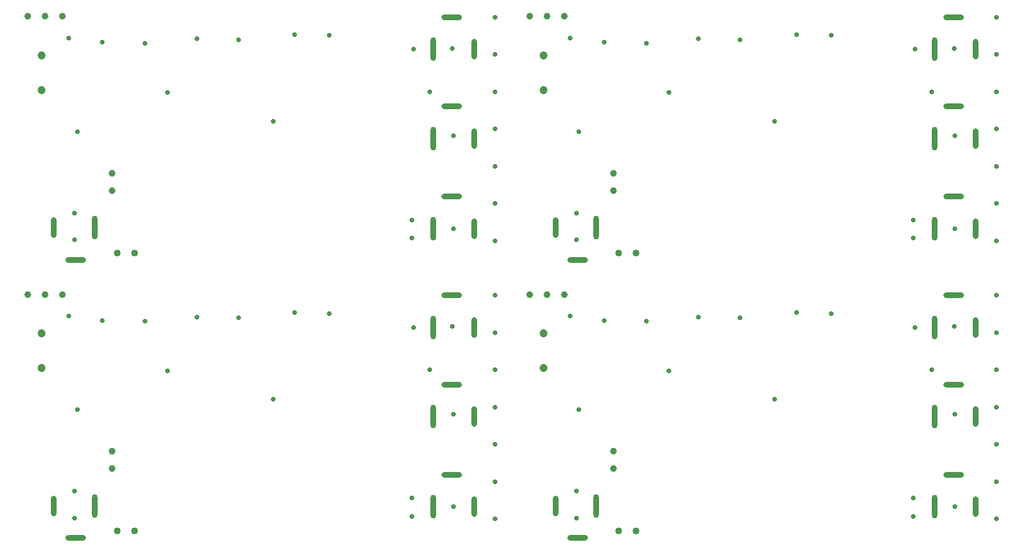
<source format=gbr>
%TF.GenerationSoftware,Altium Limited,Altium Designer,23.1.1 (15)*%
G04 Layer_Color=0*
%FSLAX45Y45*%
%MOMM*%
%TF.SameCoordinates,4CCFFED5-D059-4900-A68D-9618ACEA1AB5*%
%TF.FilePolarity,Positive*%
%TF.FileFunction,Plated,1,2,PTH,Drill*%
%TF.Part,CustomerPanel*%
G01*
G75*
%TA.AperFunction,ComponentDrill*%
%ADD68O,2.99999X0.80000*%
%ADD69O,0.80000X3.49997*%
%ADD70O,0.80000X2.99999*%
%ADD71C,1.01600*%
%ADD72C,1.00000*%
%ADD73C,1.00000*%
%ADD74C,1.20000*%
%TA.AperFunction,ViaDrill,NotFilled*%
%ADD75C,0.71120*%
D68*
X9174599Y7822897D02*
D03*
Y5193997D02*
D03*
Y6514797D02*
D03*
X3665101Y4267103D02*
D03*
X16527899Y7822897D02*
D03*
Y5193997D02*
D03*
Y6514797D02*
D03*
X11018401Y4267103D02*
D03*
X9174599Y11899597D02*
D03*
Y9270697D02*
D03*
Y10591497D02*
D03*
X3665101Y8343803D02*
D03*
X16527899Y11899597D02*
D03*
Y9270697D02*
D03*
Y10591497D02*
D03*
X11018401Y8343803D02*
D03*
D69*
X8899601Y7352897D02*
D03*
Y4723997D02*
D03*
Y6044797D02*
D03*
X3940099Y4737103D02*
D03*
X16252901Y7352897D02*
D03*
Y4723997D02*
D03*
Y6044797D02*
D03*
X11293399Y4737103D02*
D03*
X8899601Y11429597D02*
D03*
Y8800697D02*
D03*
Y10121497D02*
D03*
X3940099Y8813803D02*
D03*
X16252901Y11429597D02*
D03*
Y8800697D02*
D03*
Y10121497D02*
D03*
X11293399Y8813803D02*
D03*
D70*
X9499600Y7352900D02*
D03*
Y4724000D02*
D03*
Y6044800D02*
D03*
X3340100Y4737100D02*
D03*
X16852901Y7352900D02*
D03*
Y4724000D02*
D03*
Y6044800D02*
D03*
X10693400Y4737100D02*
D03*
X9499600Y11429600D02*
D03*
Y8800700D02*
D03*
Y10121500D02*
D03*
X3340100Y8813800D02*
D03*
X16852901Y11429600D02*
D03*
Y8800700D02*
D03*
Y10121500D02*
D03*
X10693400Y8813800D02*
D03*
D71*
X4521200Y4368800D02*
D03*
X4267200D02*
D03*
X11874500D02*
D03*
X11620500D02*
D03*
X4521200Y8445500D02*
D03*
X4267200D02*
D03*
X11874500D02*
D03*
X11620500D02*
D03*
D72*
X3467100Y7835900D02*
D03*
X2959100D02*
D03*
X3213100D02*
D03*
X10820400D02*
D03*
X10312400D02*
D03*
X10566400D02*
D03*
X3467100Y11912600D02*
D03*
X2959100D02*
D03*
X3213100D02*
D03*
X10820400D02*
D03*
X10312400D02*
D03*
X10566400D02*
D03*
D73*
X4191000Y5537200D02*
D03*
Y5283200D02*
D03*
X11544300Y5537200D02*
D03*
Y5283200D02*
D03*
X4191000Y9613900D02*
D03*
Y9359900D02*
D03*
X11544300Y9613900D02*
D03*
Y9359900D02*
D03*
D74*
X3162300Y7264400D02*
D03*
Y6756400D02*
D03*
X10515600Y7264400D02*
D03*
Y6756400D02*
D03*
X3162300Y11341100D02*
D03*
Y10833100D02*
D03*
X10515600Y11341100D02*
D03*
Y10833100D02*
D03*
D75*
X8610600Y7353300D02*
D03*
X9182100Y7366000D02*
D03*
X9194800Y6083300D02*
D03*
Y4724400D02*
D03*
X3556000Y7518400D02*
D03*
X3644900Y4559300D02*
D03*
Y4953000D02*
D03*
X4673600Y7442200D02*
D03*
X4051300Y7454900D02*
D03*
X6045200Y7493000D02*
D03*
X5435600Y7505700D02*
D03*
X7378700Y7556500D02*
D03*
X6870700Y7569200D02*
D03*
X9804400Y4546600D02*
D03*
Y5092700D02*
D03*
Y5638800D02*
D03*
Y6184900D02*
D03*
Y6731000D02*
D03*
Y7277100D02*
D03*
Y7823200D02*
D03*
X8585200Y4584700D02*
D03*
Y4851400D02*
D03*
X5003800Y6718300D02*
D03*
X3683000Y6146800D02*
D03*
X8851900Y6731000D02*
D03*
X6553200Y6299200D02*
D03*
X15963901Y7353300D02*
D03*
X16535400Y7366000D02*
D03*
X16548100Y6083300D02*
D03*
Y4724400D02*
D03*
X10909300Y7518400D02*
D03*
X10998200Y4559300D02*
D03*
Y4953000D02*
D03*
X12026900Y7442200D02*
D03*
X11404600Y7454900D02*
D03*
X13398500Y7493000D02*
D03*
X12788900Y7505700D02*
D03*
X14732001Y7556500D02*
D03*
X14224001Y7569200D02*
D03*
X17157700Y4546600D02*
D03*
Y5092700D02*
D03*
Y5638800D02*
D03*
Y6184900D02*
D03*
Y6731000D02*
D03*
Y7277100D02*
D03*
Y7823200D02*
D03*
X15938499Y4584700D02*
D03*
Y4851400D02*
D03*
X12357100Y6718300D02*
D03*
X11036300Y6146800D02*
D03*
X16205200Y6731000D02*
D03*
X13906500Y6299200D02*
D03*
X8610600Y11430000D02*
D03*
X9182100Y11442700D02*
D03*
X9194800Y10160000D02*
D03*
Y8801100D02*
D03*
X3556000Y11595100D02*
D03*
X3644900Y8636000D02*
D03*
Y9029700D02*
D03*
X4673600Y11518900D02*
D03*
X4051300Y11531600D02*
D03*
X6045200Y11569700D02*
D03*
X5435600Y11582400D02*
D03*
X7378700Y11633200D02*
D03*
X6870700Y11645900D02*
D03*
X9804400Y8623300D02*
D03*
Y9169400D02*
D03*
Y9715500D02*
D03*
Y10261600D02*
D03*
Y10807700D02*
D03*
Y11353800D02*
D03*
Y11899900D02*
D03*
X8585200Y8661400D02*
D03*
Y8928100D02*
D03*
X5003800Y10795000D02*
D03*
X3683000Y10223500D02*
D03*
X8851900Y10807700D02*
D03*
X6553200Y10375900D02*
D03*
X15963901Y11430000D02*
D03*
X16535400Y11442700D02*
D03*
X16548100Y10160000D02*
D03*
Y8801100D02*
D03*
X10909300Y11595100D02*
D03*
X10998200Y8636000D02*
D03*
Y9029700D02*
D03*
X12026900Y11518900D02*
D03*
X11404600Y11531600D02*
D03*
X13398500Y11569700D02*
D03*
X12788900Y11582400D02*
D03*
X14732001Y11633200D02*
D03*
X14224001Y11645900D02*
D03*
X17157700Y8623300D02*
D03*
Y9169400D02*
D03*
Y9715500D02*
D03*
Y10261600D02*
D03*
Y10807700D02*
D03*
Y11353800D02*
D03*
Y11899900D02*
D03*
X15938499Y8661400D02*
D03*
Y8928100D02*
D03*
X12357100Y10795000D02*
D03*
X11036300Y10223500D02*
D03*
X16205200Y10807700D02*
D03*
X13906500Y10375900D02*
D03*
%TF.MD5,b47b541be2347c0bdc9105e6323ad5df*%
M02*

</source>
